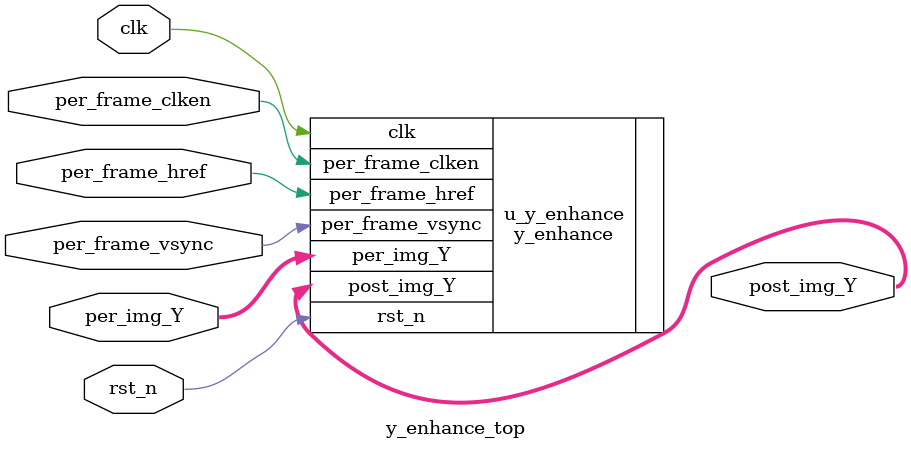
<source format=v>
/*-----------------------------------------------------------------------
										  \\\|///
										 \\  - -  //
										 (  @ @  )
+-----------------------------oOOo-(_)-oOOo-----------------------------+
Author				:		Mars
Email Address 		: 		pengfeiwang88@163.com
Filename			   :		y_enhance_top.v
Data				   :		2019-12-10
Description			:		Implement sobel operator                                
                        enhancement and superposition                                                                                         
							                  Oooo								
+-------------------------------oooO--(   )-----------------------------+
                               (   )   ) /
                                \ (   (_/
                                 \_)
-----------------------------------------------------------------------*/ 

`timescale 1ns/1ns
module y_enhance_top
(
	//global clock
	input				clk,  				//cmos video pixel clock
	input				rst_n,				//global reset

	//Image data prepred to be processd
	input				per_frame_vsync,	//Prepared Image data vsync valid signal
	input				per_frame_href,		//Prepared Image data href vaild  signal
	input				per_frame_clken,	//Prepared Image data output/capture enable clock
	input		[7:0]	per_img_Y,			//Prepared Image brightness input


	//Image data has been processd
	output	[7:0]	post_img_Y		//Processed Image Bit flag outout(1: Value, 0:inValid)

);

parameter	[9:0]	IMG_HDISP = 10'd640;	//640*480
parameter	[9:0]	IMG_VDISP = 10'd480;
	
//--------------------------------------
//Image edge detector with Sobel.
y_enhance
#(
	.IMG_HDISP	(IMG_HDISP),	//640*480
	.IMG_VDISP	(IMG_VDISP)
)
u_y_enhance
(
	//global clock
	.clk					   (clk),  				//cmos video pixel clock
	.rst_n					(rst_n),				//global reset

	//Image data prepred to be processd
	.per_frame_vsync		(per_frame_vsync),		//Prepared Image data vsync valid signal
	.per_frame_href		(per_frame_href),		//Prepared Image data href vaild  signal
	.per_frame_clken		(per_frame_clken),		//Prepared Image data output/capture enable clock
	.per_img_Y				(per_img_Y),			//Prepared Image brightness input

	//Image data has been processd
	.post_img_Y		    	(post_img_Y)			//Processed Image Bit flag outout(1: Value, 0:inValid)
);


endmodule

</source>
